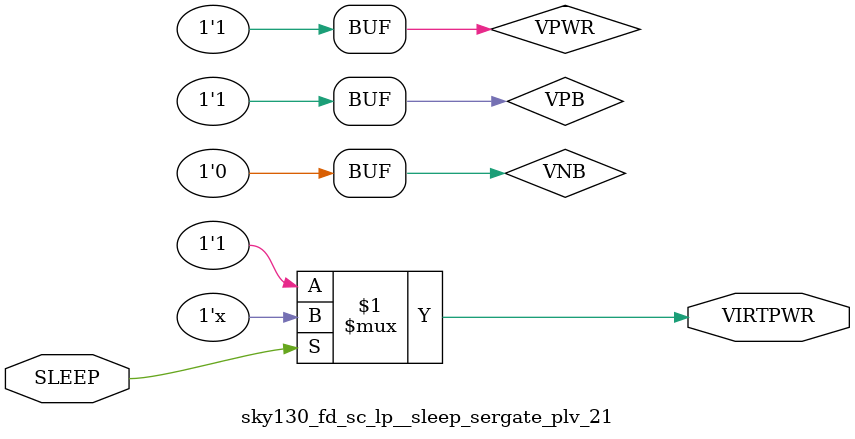
<source format=v>
/*
 * Copyright 2020 The SkyWater PDK Authors
 *
 * Licensed under the Apache License, Version 2.0 (the "License");
 * you may not use this file except in compliance with the License.
 * You may obtain a copy of the License at
 *
 *     https://www.apache.org/licenses/LICENSE-2.0
 *
 * Unless required by applicable law or agreed to in writing, software
 * distributed under the License is distributed on an "AS IS" BASIS,
 * WITHOUT WARRANTIES OR CONDITIONS OF ANY KIND, either express or implied.
 * See the License for the specific language governing permissions and
 * limitations under the License.
 *
 * SPDX-License-Identifier: Apache-2.0
*/


`ifndef SKY130_FD_SC_LP__SLEEP_SERGATE_PLV_21_TIMING_V
`define SKY130_FD_SC_LP__SLEEP_SERGATE_PLV_21_TIMING_V

/**
 * sleep_sergate_plv: connect vpr to virtpwr when not in sleep mode.
 *
 * Verilog simulation timing model.
 */

`timescale 1ns / 1ps
`default_nettype none

`celldefine
module sky130_fd_sc_lp__sleep_sergate_plv_21 (
    VIRTPWR,
    SLEEP
);

    // Module ports
    output VIRTPWR;
    input  SLEEP  ;

    // Module supplies
    supply1 VPWR;
    supply1 VPB ;
    supply0 VNB ;

    // Local signals
    wire vgnd;

    //       Name       Output   Other arguments
    pulldown pulldown0 (vgnd   );
    bufif0   bufif00   (VIRTPWR, VPWR, SLEEP    );

specify
(SLEEP => VIRTPWR) = (0:0:0,0:0:0,0:0:0,0:0:0,0:0:0,0:0:0);
endspecify
endmodule
`endcelldefine

`default_nettype wire
`endif  // SKY130_FD_SC_LP__SLEEP_SERGATE_PLV_21_TIMING_V

</source>
